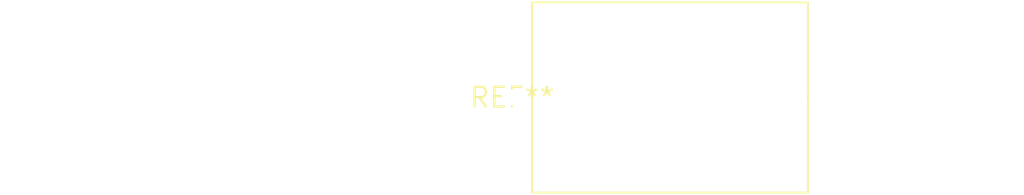
<source format=kicad_pcb>
(kicad_pcb (version 20240108) (generator pcbnew)
  (layers (0 "F.Cu" signal) (31 "B.Cu" signal) (34 "B.Paste" user) (35 "F.Paste" user) (36 "B.SilkS" user "B.Silkscreen") (37 "F.SilkS" user "F.Silkscreen") (38 "B.Mask" user) (39 "F.Mask" user) (44 "Edge.Cuts" user))
  (net 0 "")
  (footprint "L_Axial_L17.5mm_D12.0mm_P20.32mm_Horizontal_Vishay_IM-10-46" (layer "F.Cu") (at 0 0)
    (property "Reference" "REF**")
    (property "Value" "L_Axial_L17.5mm_D12.0mm_P20.32mm_Horizontal_Vishay_IM-10-46")
    (fp_line (start 1.24 0) (end 1.29 0) (layer "F.SilkS") (stroke (width 0.12)))
    (fp_line (start 1.29 -6.12) (end 1.29 6.12) (layer "F.SilkS") (stroke (width 0.12)))
    (fp_line (start 1.29 6.12) (end 19.03 6.12) (layer "F.SilkS") (stroke (width 0.12)))
    (fp_line (start 19.03 -6.12) (end 1.29 -6.12) (layer "F.SilkS") (stroke (width 0.12)))
    (fp_line (start 19.03 6.12) (end 19.03 -6.12) (layer "F.SilkS") (stroke (width 0.12)))
    (fp_line (start 19.08 0) (end 19.03 0) (layer "F.SilkS") (stroke (width 0.12)))
    (pad "1" thru_hole circle (at 0 0) (size 2 2) (drill 1) (layers *.Cu *.Mask) (remove_unused_layers))
    (pad "2" thru_hole oval (at 20.32 0) (size 2 2) (drill 1) (layers *.Cu *.Mask) (remove_unused_layers))
  )
)
</source>
